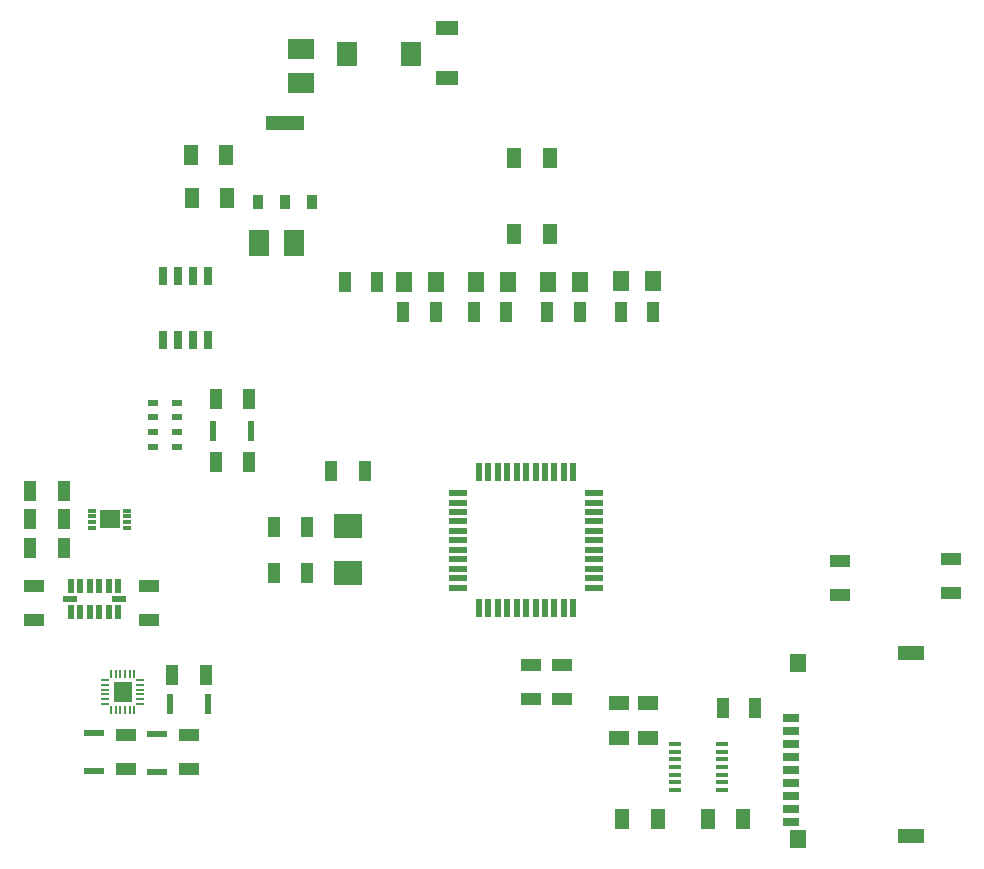
<source format=gtp>
G04*
G04 #@! TF.GenerationSoftware,Altium Limited,Altium Designer,20.0.13 (296)*
G04*
G04 Layer_Color=8421504*
%FSLAX44Y44*%
%MOMM*%
G71*
G01*
G75*
%ADD18R,1.7500X1.0500*%
%ADD19R,1.8200X0.6200*%
%ADD20R,1.1450X0.5500*%
%ADD21R,0.5500X1.1450*%
%ADD22R,0.7500X0.2000*%
%ADD23R,0.2000X0.7500*%
%ADD24R,1.5900X1.7500*%
%ADD25R,1.1500X1.8000*%
%ADD26R,1.0500X1.7500*%
%ADD27R,0.6200X1.8200*%
%ADD28R,1.1500X1.7000*%
%ADD29R,1.8000X2.0500*%
%ADD30R,0.6500X1.5250*%
%ADD31R,1.9300X1.1700*%
%ADD32R,0.9500X0.5500*%
%ADD33R,1.0200X1.7800*%
%ADD34R,0.9500X1.3000*%
%ADD35R,3.2500X1.3000*%
%ADD36R,0.8000X0.3000*%
%ADD37R,1.7500X1.5500*%
%ADD38R,1.8000X2.3000*%
%ADD39R,2.3000X1.8000*%
%ADD40R,1.7000X1.1500*%
%ADD41R,1.1000X0.3000*%
%ADD42R,1.5000X0.6000*%
%ADD43R,0.6000X1.5000*%
%ADD44R,1.4000X1.8000*%
%ADD45R,1.4000X1.6000*%
%ADD46R,2.2000X1.2000*%
%ADD47R,1.4000X0.7000*%
%ADD48R,2.4000X2.0000*%
D18*
X180650Y-116272D02*
D03*
Y-145272D02*
D03*
X161290Y-271040D02*
D03*
Y-242040D02*
D03*
X214630Y-271040D02*
D03*
Y-242040D02*
D03*
X83670Y-116272D02*
D03*
Y-145272D02*
D03*
X504190Y-211880D02*
D03*
Y-182880D02*
D03*
X530860Y-211880D02*
D03*
Y-182880D02*
D03*
X859790Y-93450D02*
D03*
Y-122450D02*
D03*
X765810Y-94720D02*
D03*
Y-123720D02*
D03*
D19*
X134620Y-240540D02*
D03*
Y-272540D02*
D03*
X187960Y-241810D02*
D03*
Y-273810D02*
D03*
D20*
X113835Y-127455D02*
D03*
X155785D02*
D03*
D21*
X114810Y-116480D02*
D03*
X122810D02*
D03*
X130810D02*
D03*
X138810D02*
D03*
X146810D02*
D03*
X154810D02*
D03*
Y-138430D02*
D03*
X146810D02*
D03*
X138810D02*
D03*
X130810D02*
D03*
X122810D02*
D03*
X114810D02*
D03*
D22*
X143750Y-195740D02*
D03*
Y-199740D02*
D03*
Y-203740D02*
D03*
Y-207740D02*
D03*
Y-211740D02*
D03*
Y-215740D02*
D03*
X173750D02*
D03*
Y-211740D02*
D03*
Y-207740D02*
D03*
Y-203740D02*
D03*
Y-199740D02*
D03*
Y-195740D02*
D03*
D23*
X148750Y-220740D02*
D03*
X152750D02*
D03*
X156750D02*
D03*
X160750D02*
D03*
X164750D02*
D03*
X168750D02*
D03*
Y-190740D02*
D03*
X164750D02*
D03*
X160750D02*
D03*
X156750D02*
D03*
X152750D02*
D03*
X148750D02*
D03*
D24*
X158750Y-205740D02*
D03*
D25*
X520460Y181610D02*
D03*
X490460D02*
D03*
X216380Y248920D02*
D03*
X246380D02*
D03*
D26*
X229130Y-191770D02*
D03*
X200130D02*
D03*
X80010Y-35560D02*
D03*
X109010D02*
D03*
X80010Y-59690D02*
D03*
X109010D02*
D03*
X80010Y-83820D02*
D03*
X109010D02*
D03*
X334750Y-19050D02*
D03*
X363750D02*
D03*
D27*
X230630Y-215900D02*
D03*
X198630D02*
D03*
X267460Y15240D02*
D03*
X235460D02*
D03*
D28*
X490220Y246380D02*
D03*
X520220D02*
D03*
X217170Y212090D02*
D03*
X247170D02*
D03*
X581900Y-313690D02*
D03*
X611900D02*
D03*
X684050D02*
D03*
X654050D02*
D03*
D29*
X348920Y334010D02*
D03*
X402920D02*
D03*
D30*
X231140Y91810D02*
D03*
X218440D02*
D03*
X205740D02*
D03*
X193040D02*
D03*
Y146050D02*
D03*
X205740D02*
D03*
X218440D02*
D03*
X231140D02*
D03*
D31*
X433070Y356530D02*
D03*
Y314030D02*
D03*
D32*
X204650Y1670D02*
D03*
Y14170D02*
D03*
Y26670D02*
D03*
Y39170D02*
D03*
X184150D02*
D03*
Y26670D02*
D03*
Y14170D02*
D03*
Y1670D02*
D03*
D33*
X265430Y-11430D02*
D03*
X237830D02*
D03*
Y41910D02*
D03*
X265430D02*
D03*
X608160Y115570D02*
D03*
X580560D02*
D03*
X694520Y-219710D02*
D03*
X666920D02*
D03*
X545930Y115570D02*
D03*
X518330D02*
D03*
X483700D02*
D03*
X456100D02*
D03*
X424010D02*
D03*
X396410D02*
D03*
X346880Y140970D02*
D03*
X374480D02*
D03*
X314790Y-105410D02*
D03*
X287190D02*
D03*
X314790Y-66040D02*
D03*
X287190D02*
D03*
D34*
X273010Y209070D02*
D03*
X295910D02*
D03*
X318810D02*
D03*
D35*
X295910Y276070D02*
D03*
D36*
X162850Y-67190D02*
D03*
Y-62190D02*
D03*
Y-57190D02*
D03*
Y-52190D02*
D03*
X132850D02*
D03*
Y-57190D02*
D03*
Y-62190D02*
D03*
Y-67190D02*
D03*
D37*
X147850Y-59690D02*
D03*
D38*
X303530Y173990D02*
D03*
X274530D02*
D03*
D39*
X309880Y338350D02*
D03*
Y309350D02*
D03*
D40*
X579120Y-214870D02*
D03*
Y-244870D02*
D03*
X603250Y-214870D02*
D03*
Y-244870D02*
D03*
D41*
X666430Y-288740D02*
D03*
Y-282240D02*
D03*
Y-275740D02*
D03*
Y-269240D02*
D03*
Y-262740D02*
D03*
Y-256240D02*
D03*
Y-249740D02*
D03*
X626430D02*
D03*
Y-256240D02*
D03*
Y-262740D02*
D03*
Y-269240D02*
D03*
Y-275740D02*
D03*
Y-282240D02*
D03*
Y-288740D02*
D03*
D42*
X442880Y-37470D02*
D03*
Y-45470D02*
D03*
Y-53470D02*
D03*
Y-61470D02*
D03*
Y-69470D02*
D03*
Y-77470D02*
D03*
Y-85470D02*
D03*
Y-93470D02*
D03*
Y-101470D02*
D03*
Y-109470D02*
D03*
Y-117470D02*
D03*
X557880D02*
D03*
Y-109470D02*
D03*
Y-101470D02*
D03*
Y-93470D02*
D03*
Y-85470D02*
D03*
Y-77470D02*
D03*
Y-69470D02*
D03*
Y-61470D02*
D03*
Y-53470D02*
D03*
Y-45470D02*
D03*
Y-37470D02*
D03*
D43*
X460380Y-134970D02*
D03*
X468380D02*
D03*
X476380D02*
D03*
X484380D02*
D03*
X492380D02*
D03*
X500380D02*
D03*
X508380D02*
D03*
X516380D02*
D03*
X524380D02*
D03*
X532380D02*
D03*
X540380D02*
D03*
Y-19970D02*
D03*
X532380D02*
D03*
X524380D02*
D03*
X516380D02*
D03*
X508380D02*
D03*
X500380D02*
D03*
X492380D02*
D03*
X484380D02*
D03*
X476380D02*
D03*
X468380D02*
D03*
X460380D02*
D03*
D44*
X518630Y140970D02*
D03*
X545630D02*
D03*
X580860Y142240D02*
D03*
X607860D02*
D03*
X457670Y140970D02*
D03*
X484670D02*
D03*
X396710D02*
D03*
X423710D02*
D03*
D45*
X730580Y-181690D02*
D03*
Y-330190D02*
D03*
D46*
X826580Y-172690D02*
D03*
Y-327690D02*
D03*
D47*
X724580Y-315690D02*
D03*
Y-304690D02*
D03*
Y-293690D02*
D03*
Y-282690D02*
D03*
Y-271690D02*
D03*
Y-260690D02*
D03*
Y-249690D02*
D03*
Y-238690D02*
D03*
Y-227690D02*
D03*
D48*
X349250Y-105090D02*
D03*
Y-65090D02*
D03*
M02*

</source>
